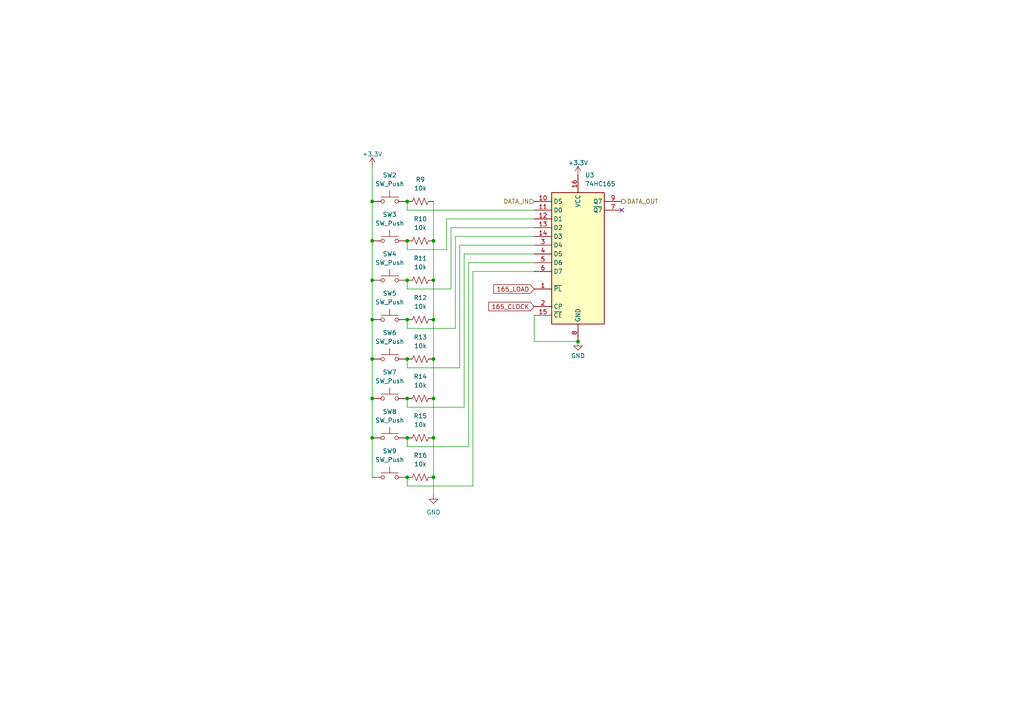
<source format=kicad_sch>
(kicad_sch (version 20230121) (generator eeschema)
  (paper "A4")
  (lib_symbols
    (symbol "74xx:74HC165"
      (property "Reference" "U" (at -7.62 19.05 0))
      (property "Value" "74HC165" (at -7.62 -21.59 0))
      (symbol "74HC165_1_0"
        (pin input line (at -12.7 -10.16 0) (length 5.08) (name "~{PL}") (number "1"))
        (pin input line (at -12.7 15.24 0) (length 5.08) (name "DS") (number "10"))
        (pin input line (at -12.7 12.7 0) (length 5.08) (name "D0") (number "11"))
        (pin input line (at -12.7 10.16 0) (length 5.08) (name "D1") (number "12"))
        (pin input line (at -12.7 7.62 0) (length 5.08) (name "D2") (number "13"))
        (pin input line (at -12.7 5.08 0) (length 5.08) (name "D3") (number "14"))
        (pin input line (at -12.7 -17.78 0) (length 5.08) (name "~{CE}") (number "15"))
        (pin power_in line (at 0 22.86 270) (length 5.08) (name "VCC") (number "16"))
        (pin input line (at -12.7 -15.24 0) (length 5.08) (name "CP") (number "2"))
        (pin input line (at -12.7 2.54 0) (length 5.08) (name "D4") (number "3"))
        (pin input line (at -12.7 0 0) (length 5.08) (name "D5") (number "4"))
        (pin input line (at -12.7 -2.54 0) (length 5.08) (name "D6") (number "5"))
        (pin input line (at -12.7 -5.08 0) (length 5.08) (name "D7") (number "6"))
        (pin output line (at 12.7 12.7 180) (length 5.08) (name "~{Q7}") (number "7"))
        (pin power_in line (at 0 -25.4 90) (length 5.08) (name "GND") (number "8"))
        (pin output line (at 12.7 15.24 180) (length 5.08) (name "Q7") (number "9"))
      )
      (symbol "74HC165_1_1"
        (rectangle (start -7.62 17.78) (end 7.62 -20.32) (stroke (width 0.254)) (fill (type background)))
      )
    )
    (symbol "Device:R_US" (pin_numbers hide) (pin_names (offset 0))
      (property "Reference" "R" (at 2.54 0 90))
      (property "Value" "R_US" (at -2.54 0 90))
      (symbol "R_US_0_1"
        (polyline (pts (xy 0 -2.286) (xy 0 -2.54)))
        (polyline (pts (xy 0 2.286) (xy 0 2.54)))
        (polyline (pts (xy 0 -0.762) (xy 1.016 -1.143) (xy 0 -1.524) (xy -1.016 -1.905) (xy 0 -2.286)))
        (polyline (pts (xy 0 0.762) (xy 1.016 0.381) (xy 0 0) (xy -1.016 -0.381) (xy 0 -0.762)))
        (polyline (pts (xy 0 2.286) (xy 1.016 1.905) (xy 0 1.524) (xy -1.016 1.143) (xy 0 0.762)))
      )
      (symbol "R_US_1_1"
        (pin passive line (at 0 3.81 270) (length 1.27) (name "~") (number "1"))
        (pin passive line (at 0 -3.81 90) (length 1.27) (name "~") (number "2"))
      )
    )
    (symbol "Switch:SW_Push" (pin_numbers hide) (pin_names (offset 1.016) hide)
      (property "Reference" "SW" (at 1.27 2.54 0))
      (property "Value" "SW_Push" (at 0 -1.524 0))
      (symbol "SW_Push_0_1"
        (circle (center -2.032 0) (radius 0.508))
        (polyline (pts (xy 0 1.27) (xy 0 3.048)))
        (polyline (pts (xy 2.54 1.27) (xy -2.54 1.27)))
        (circle (center 2.032 0) (radius 0.508))
        (pin passive line (at -5.08 0 0) (length 2.54) (name "1") (number "1"))
        (pin passive line (at 5.08 0 180) (length 2.54) (name "2") (number "2"))
      )
    )
    (symbol "power:+3.3V" (power) (pin_names (offset 0))
      (property "Value" "+3.3V" (at 0 3.556 0))
      (symbol "+3.3V_0_1"
        (polyline (pts (xy -0.762 1.27) (xy 0 2.54)))
        (polyline (pts (xy 0 0) (xy 0 2.54)))
        (polyline (pts (xy 0 2.54) (xy 0.762 1.27)))
      )
      (symbol "+3.3V_1_1"
        (pin power_in line (at 0 0 90) (length 0) hide (name "+3.3V") (number "1"))
      )
    )
    (symbol "power:GND" (power) (pin_names (offset 0))
      (property "Value" "GND" (at 0 -3.81 0))
      (symbol "GND_0_1"
        (polyline (pts (xy 0 0) (xy 0 -1.27) (xy 1.27 -1.27) (xy 0 -2.54) (xy -1.27 -1.27) (xy 0 -1.27)))
      )
      (symbol "GND_1_1"
        (pin power_in line (at 0 0 270) (length 0) hide (name "GND") (number "1"))
      )
    )
  )
  (junction (at 118.11 138.43))
  (junction (at 118.11 69.85))
  (junction (at 118.11 127))
  (junction (at 107.95 69.85))
  (junction (at 125.73 69.85))
  (junction (at 107.95 81.28))
  (junction (at 118.11 92.71))
  (junction (at 107.95 104.14))
  (junction (at 125.73 104.14))
  (junction (at 167.64 99.06))
  (junction (at 118.11 104.14))
  (junction (at 125.73 81.28))
  (junction (at 125.73 92.71))
  (junction (at 107.95 115.57))
  (junction (at 118.11 58.42))
  (junction (at 125.73 138.43))
  (junction (at 107.95 127))
  (junction (at 107.95 58.42))
  (junction (at 118.11 115.57))
  (junction (at 107.95 92.71))
  (junction (at 118.11 81.28))
  (junction (at 125.73 127))
  (junction (at 125.73 115.57))
  (no_connect (at 180.34 60.96))
  (wire (pts (xy 135.89 129.54) (xy 135.89 76.2)))
  (wire (pts (xy 133.35 71.12) (xy 154.94 71.12)))
  (wire (pts (xy 125.73 138.43) (xy 125.73 143.51)))
  (wire (pts (xy 125.73 127) (xy 125.73 138.43)))
  (wire (pts (xy 118.11 129.54) (xy 135.89 129.54)))
  (wire (pts (xy 107.95 104.14) (xy 107.95 115.57)))
  (wire (pts (xy 125.73 58.42) (xy 125.73 69.85)))
  (wire (pts (xy 118.11 115.57) (xy 118.11 118.11)))
  (wire (pts (xy 137.16 78.74) (xy 154.94 78.74)))
  (wire (pts (xy 125.73 69.85) (xy 125.73 81.28)))
  (wire (pts (xy 129.54 72.39) (xy 129.54 63.5)))
  (wire (pts (xy 125.73 104.14) (xy 125.73 115.57)))
  (wire (pts (xy 133.35 106.68) (xy 133.35 71.12)))
  (wire (pts (xy 154.94 91.44) (xy 154.94 99.06)))
  (wire (pts (xy 132.08 95.25) (xy 132.08 68.58)))
  (wire (pts (xy 130.81 66.04) (xy 130.81 83.82)))
  (wire (pts (xy 134.62 118.11) (xy 134.62 73.66)))
  (wire (pts (xy 107.95 115.57) (xy 107.95 127)))
  (wire (pts (xy 118.11 106.68) (xy 133.35 106.68)))
  (wire (pts (xy 137.16 140.97) (xy 137.16 78.74)))
  (wire (pts (xy 125.73 92.71) (xy 125.73 104.14)))
  (wire (pts (xy 118.11 127) (xy 118.11 129.54)))
  (wire (pts (xy 118.11 60.96) (xy 154.94 60.96)))
  (wire (pts (xy 107.95 48.26) (xy 107.95 58.42)))
  (wire (pts (xy 154.94 66.04) (xy 130.81 66.04)))
  (wire (pts (xy 132.08 68.58) (xy 154.94 68.58)))
  (wire (pts (xy 118.11 104.14) (xy 118.11 106.68)))
  (wire (pts (xy 118.11 72.39) (xy 129.54 72.39)))
  (wire (pts (xy 118.11 69.85) (xy 118.11 72.39)))
  (wire (pts (xy 118.11 95.25) (xy 132.08 95.25)))
  (wire (pts (xy 107.95 69.85) (xy 107.95 81.28)))
  (wire (pts (xy 107.95 58.42) (xy 107.95 69.85)))
  (wire (pts (xy 125.73 115.57) (xy 125.73 127)))
  (wire (pts (xy 118.11 92.71) (xy 118.11 95.25)))
  (wire (pts (xy 134.62 73.66) (xy 154.94 73.66)))
  (wire (pts (xy 107.95 92.71) (xy 107.95 104.14)))
  (wire (pts (xy 118.11 118.11) (xy 134.62 118.11)))
  (wire (pts (xy 118.11 58.42) (xy 118.11 60.96)))
  (wire (pts (xy 107.95 81.28) (xy 107.95 92.71)))
  (wire (pts (xy 130.81 83.82) (xy 118.11 83.82)))
  (wire (pts (xy 135.89 76.2) (xy 154.94 76.2)))
  (wire (pts (xy 118.11 140.97) (xy 137.16 140.97)))
  (wire (pts (xy 118.11 138.43) (xy 118.11 140.97)))
  (wire (pts (xy 107.95 127) (xy 107.95 138.43)))
  (wire (pts (xy 125.73 81.28) (xy 125.73 92.71)))
  (wire (pts (xy 118.11 83.82) (xy 118.11 81.28)))
  (wire (pts (xy 129.54 63.5) (xy 154.94 63.5)))
  (wire (pts (xy 154.94 99.06) (xy 167.64 99.06)))
  (global_label "165_CLOCK" (shape input) (at 154.94 88.9 180) (property "Intersheetrefs" "${INTERSHEET_REFS}" (effects hide)))
  (global_label "165_LOAD" (shape input) (at 154.94 83.82 180) (property "Intersheetrefs" "${INTERSHEET_REFS}" (effects hide)))
  (hierarchical_label "DATA_IN" (shape input) (at 154.94 58.42 180))
  (hierarchical_label "DATA_OUT" (shape output) (at 180.34 58.42 0))
  (symbol (lib_id "Switch:SW_Push") (at 113.03 115.57 0) (unit 1)
    (property "Reference" "SW7" (at 113.03 107.95 0))
    (property "Value" "SW_Push" (at 113.03 110.49 0))
    (property "Footprint" "Button_Switch_THT:SW_PUSH_6mm" (effects hide))
    (instances (project "dk2_01" (path "" (reference "SW7") (unit 1)) (path "" (reference "SW15") (unit 1))))
  )
  (symbol (lib_id "74xx:74HC165") (at 167.64 73.66 0) (unit 1)
    (property "Reference" "U3" (at 169.6594 50.8 0) (effects (justify left)))
    (property "Value" "74HC165" (at 169.6594 53.34 0) (effects (justify left)))
    (property "Footprint" "Package_SO:SOIC-16_3.9x9.9mm_P1.27mm" (effects hide))
    (property "Datasheet" "https://assets.nexperia.com/documents/data-sheet/74HC_HCT165.pdf" (effects hide))
    (instances (project "dk2_01" (path "" (reference "U3") (unit 1)) (path "" (reference "U10") (unit 1))))
  )
  (symbol (lib_id "Device:R_US") (at 121.92 92.71 90) (unit 1)
    (property "Reference" "R12" (at 121.92 86.36 90))
    (property "Value" "10k" (at 121.92 88.9 90))
    (property "Footprint" "Resistor_SMD:R_0603_1608Metric" (effects hide))
    (instances (project "dk2_01" (path "" (reference "R12") (unit 1)) (path "" (reference "R39") (unit 1))))
  )
  (symbol (lib_id "Switch:SW_Push") (at 113.03 81.28 0) (unit 1)
    (property "Reference" "SW4" (at 113.03 73.66 0))
    (property "Value" "SW_Push" (at 113.03 76.2 0))
    (property "Footprint" "Button_Switch_THT:SW_PUSH_6mm" (effects hide))
    (instances (project "dk2_01" (path "" (reference "SW4") (unit 1)) (path "" (reference "SW12") (unit 1))))
  )
  (symbol (lib_id "Device:R_US") (at 121.92 69.85 90) (unit 1)
    (property "Reference" "R10" (at 121.92 63.5 90))
    (property "Value" "10k" (at 121.92 66.04 90))
    (property "Footprint" "Resistor_SMD:R_0603_1608Metric" (effects hide))
    (instances (project "dk2_01" (path "" (reference "R10") (unit 1)) (path "" (reference "R37") (unit 1))))
  )
  (symbol (lib_id "Switch:SW_Push") (at 113.03 92.71 0) (unit 1)
    (property "Reference" "SW5" (at 113.03 85.09 0))
    (property "Value" "SW_Push" (at 113.03 87.63 0))
    (property "Footprint" "Button_Switch_THT:SW_PUSH_6mm" (effects hide))
    (instances (project "dk2_01" (path "" (reference "SW5") (unit 1)) (path "" (reference "SW13") (unit 1))))
  )
  (symbol (lib_id "Device:R_US") (at 121.92 58.42 90) (unit 1)
    (property "Reference" "R9" (at 121.92 52.07 90))
    (property "Value" "10k" (at 121.92 54.61 90))
    (property "Footprint" "Resistor_SMD:R_0603_1608Metric" (effects hide))
    (instances (project "dk2_01" (path "" (reference "R9") (unit 1)) (path "" (reference "R36") (unit 1))))
  )
  (symbol (lib_id "Switch:SW_Push") (at 113.03 69.85 0) (unit 1)
    (property "Reference" "SW3" (at 113.03 62.23 0))
    (property "Value" "SW_Push" (at 113.03 64.77 0))
    (property "Footprint" "Button_Switch_THT:SW_PUSH_6mm" (effects hide))
    (instances (project "dk2_01" (path "" (reference "SW3") (unit 1)) (path "" (reference "SW11") (unit 1))))
  )
  (symbol (lib_id "power:+3.3V") (at 107.95 48.26 0) (unit 1)
    (property "Reference" "#PWR011" (effects hide))
    (property "Value" "+3.3V" (at 107.95 44.704 0))
    (instances (project "dk2_01" (path "" (reference "#PWR011") (unit 1)) (path "" (reference "#PWR013") (unit 1))))
  )
  (symbol (lib_id "Device:R_US") (at 121.92 81.28 90) (unit 1)
    (property "Reference" "R11" (at 121.92 74.93 90))
    (property "Value" "10k" (at 121.92 77.47 90))
    (property "Footprint" "Resistor_SMD:R_0603_1608Metric" (effects hide))
    (instances (project "dk2_01" (path "" (reference "R11") (unit 1)) (path "" (reference "R38") (unit 1))))
  )
  (symbol (lib_id "power:GND") (at 125.73 143.51 0) (unit 1)
    (property "Reference" "#PWR012" (effects hide))
    (property "Value" "GND" (at 125.73 148.59 0))
    (instances (project "dk2_01" (path "" (reference "#PWR012") (unit 1)) (path "" (reference "#PWR045") (unit 1))))
  )
  (symbol (lib_id "Switch:SW_Push") (at 113.03 104.14 0) (unit 1)
    (property "Reference" "SW6" (at 113.03 96.52 0))
    (property "Value" "SW_Push" (at 113.03 99.06 0))
    (property "Footprint" "Button_Switch_THT:SW_PUSH_6mm" (effects hide))
    (instances (project "dk2_01" (path "" (reference "SW6") (unit 1)) (path "" (reference "SW14") (unit 1))))
  )
  (symbol (lib_id "Switch:SW_Push") (at 113.03 138.43 0) (unit 1)
    (property "Reference" "SW9" (at 113.03 130.81 0))
    (property "Value" "SW_Push" (at 113.03 133.35 0))
    (property "Footprint" "Button_Switch_THT:SW_PUSH_6mm" (effects hide))
    (instances (project "dk2_01" (path "" (reference "SW9") (unit 1)) (path "" (reference "SW17") (unit 1))))
  )
  (symbol (lib_id "Device:R_US") (at 121.92 127 90) (unit 1)
    (property "Reference" "R15" (at 121.92 120.65 90))
    (property "Value" "10k" (at 121.92 123.19 90))
    (property "Footprint" "Resistor_SMD:R_0603_1608Metric" (effects hide))
    (instances (project "dk2_01" (path "" (reference "R15") (unit 1)) (path "" (reference "R50") (unit 1))))
  )
  (symbol (lib_id "power:+3.3V") (at 167.64 50.8 0) (unit 1)
    (property "Reference" "#PWR?" (effects hide))
    (property "Value" "+3.3V" (at 167.64 47.244 0))
    (instances (project "dk2_01" (path "" (reference "#PWR?") (unit 1)) (path "" (reference "#PWR014") (unit 1)) (path "" (reference "#PWR046") (unit 1))))
  )
  (symbol (lib_id "Switch:SW_Push") (at 113.03 127 0) (unit 1)
    (property "Reference" "SW8" (at 113.03 119.38 0))
    (property "Value" "SW_Push" (at 113.03 121.92 0))
    (property "Footprint" "Button_Switch_THT:SW_PUSH_6mm" (effects hide))
    (instances (project "dk2_01" (path "" (reference "SW8") (unit 1)) (path "" (reference "SW16") (unit 1))))
  )
  (symbol (lib_id "Device:R_US") (at 121.92 115.57 90) (unit 1)
    (property "Reference" "R14" (at 121.92 109.22 90))
    (property "Value" "10k" (at 121.92 111.76 90))
    (property "Footprint" "Resistor_SMD:R_0603_1608Metric" (effects hide))
    (instances (project "dk2_01" (path "" (reference "R14") (unit 1)) (path "" (reference "R49") (unit 1))))
  )
  (symbol (lib_id "power:GND") (at 167.64 99.06 0) (unit 1)
    (property "Reference" "#PWR015" (effects hide))
    (property "Value" "GND" (at 167.64 103.1955 0))
    (instances (project "dk2_01" (path "" (reference "#PWR015") (unit 1)) (path "" (reference "#PWR047") (unit 1))))
  )
  (symbol (lib_id "Device:R_US") (at 121.92 138.43 90) (unit 1)
    (property "Reference" "R16" (at 121.92 132.08 90))
    (property "Value" "10k" (at 121.92 134.62 90))
    (property "Footprint" "Resistor_SMD:R_0603_1608Metric" (effects hide))
    (instances (project "dk2_01" (path "" (reference "R16") (unit 1)) (path "" (reference "R51") (unit 1))))
  )
  (symbol (lib_id "Device:R_US") (at 121.92 104.14 90) (unit 1)
    (property "Reference" "R13" (at 121.92 97.79 90))
    (property "Value" "10k" (at 121.92 100.33 90))
    (property "Footprint" "Resistor_SMD:R_0603_1608Metric" (effects hide))
    (instances (project "dk2_01" (path "" (reference "R13") (unit 1)) (path "" (reference "R48") (unit 1))))
  )
  (symbol (lib_id "Switch:SW_Push") (at 113.03 58.42 0) (unit 1)
    (property "Reference" "SW2" (at 113.03 50.8 0))
    (property "Value" "SW_Push" (at 113.03 53.34 0))
    (property "Footprint" "Button_Switch_THT:SW_PUSH_6mm" (effects hide))
    (instances (project "dk2_01" (path "" (reference "SW2") (unit 1)) (path "" (reference "SW10") (unit 1))))
  )
)
</source>
